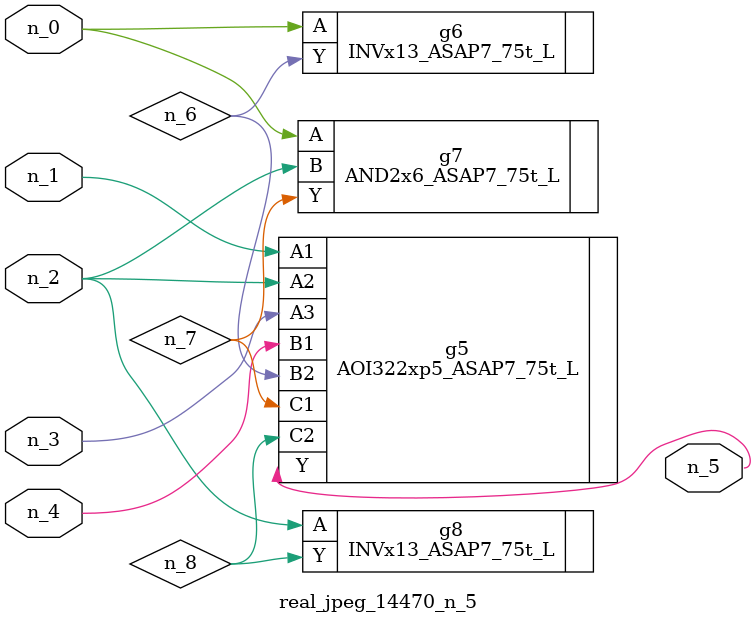
<source format=v>
module real_jpeg_14470_n_5 (n_4, n_0, n_1, n_2, n_3, n_5);

input n_4;
input n_0;
input n_1;
input n_2;
input n_3;

output n_5;

wire n_8;
wire n_6;
wire n_7;

INVx13_ASAP7_75t_L g6 ( 
.A(n_0),
.Y(n_6)
);

AND2x6_ASAP7_75t_L g7 ( 
.A(n_0),
.B(n_2),
.Y(n_7)
);

AOI322xp5_ASAP7_75t_L g5 ( 
.A1(n_1),
.A2(n_2),
.A3(n_3),
.B1(n_4),
.B2(n_6),
.C1(n_7),
.C2(n_8),
.Y(n_5)
);

INVx13_ASAP7_75t_L g8 ( 
.A(n_2),
.Y(n_8)
);


endmodule
</source>
